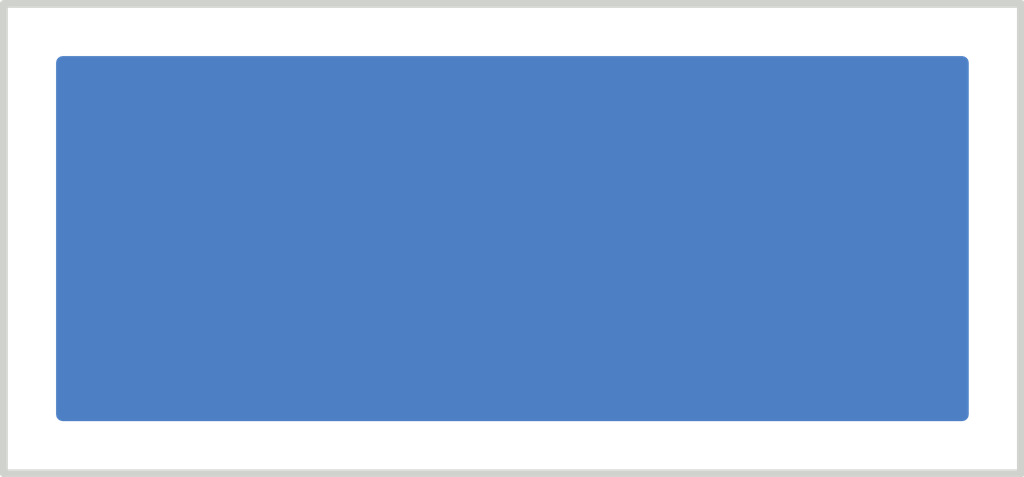
<source format=kicad_pcb>
(kicad_pcb (version 20200104) (host pcbnew "(5.99.0-879-ga0698723b)")

  (general
    (thickness 1.0)
    (drawings 4)
    (tracks 0)
    (modules 0)
    (nets 1)
  )

  (page "A4")
  (layers
    (0 "F.Cu" signal)
    (31 "B.Cu" signal)
    (32 "B.Adhes" user)
    (33 "F.Adhes" user)
    (34 "B.Paste" user)
    (35 "F.Paste" user)
    (36 "B.SilkS" user)
    (37 "F.SilkS" user)
    (38 "B.Mask" user)
    (39 "F.Mask" user)
    (40 "Dwgs.User" user)
    (41 "Cmts.User" user)
    (42 "Eco1.User" user)
    (43 "Eco2.User" user)
    (44 "Edge.Cuts" user)
    (45 "Margin" user)
    (46 "B.CrtYd" user)
    (47 "F.CrtYd" user)
    (48 "B.Fab" user)
    (49 "F.Fab" user)
  )

  (setup
    (last_trace_width 0.25)
    (trace_clearance 0.2)
    (zone_clearance 0.508)
    (zone_45_only yes)
    (trace_min 0.2)
    (via_size 0.6)
    (via_drill 0.4)
    (via_min_size 0.4)
    (via_min_drill 0.3)
    (uvia_size 0.3)
    (uvia_drill 0.1)
    (uvias_allowed no)
    (uvia_min_size 0.2)
    (uvia_min_drill 0.1)
    (pad_size 1.524 1.524)
    (pad_drill 0.762)
    (pad_to_mask_clearance 0.2)
    (aux_axis_origin 87 106)
    (grid_origin 87 106)
    (visible_elements 7FFFFFFF)
    (pcbplotparams
      (layerselection 0x00030_ffffffff)
      (usegerberextensions false)
      (usegerberattributes false)
      (usegerberadvancedattributes false)
      (creategerberjobfile false)
      (excludeedgelayer true)
      (linewidth 0.150000)
      (plotframeref false)
      (viasonmask false)
      (mode 1)
      (useauxorigin false)
      (hpglpennumber 1)
      (hpglpenspeed 20)
      (hpglpendiameter 15.000000)
      (psnegative false)
      (psa4output false)
      (plotreference true)
      (plotvalue true)
      (plotinvisibletext false)
      (padsonsilk false)
      (subtractmaskfromsilk false)
      (outputformat 1)
      (mirror false)
      (drillshape 1)
      (scaleselection 1)
      (outputdirectory "")
    )
  )

  (net 0 "")

  (net_class "Default" "This is the default net class."
    (clearance 0.2)
    (trace_width 0.25)
    (via_dia 0.6)
    (via_drill 0.4)
    (uvia_dia 0.3)
    (uvia_drill 0.1)
  )

  (gr_line (start 106.5 106) (end 87 106) (layer "Edge.Cuts") (width 0.15))
  (gr_line (start 87 106) (end 87 115) (layer "Edge.Cuts") (width 0.15))
  (gr_line (start 106.5 115) (end 87 115) (layer "Edge.Cuts") (width 0.15))
  (gr_line (start 106.5 106) (end 106.5 115) (layer "Edge.Cuts") (width 0.15))

  (zone (net 0) (net_name "") (layer "B.Cu") (tstamp 0) (hatch edge 0.508)
    (connect_pads yes (clearance 0.508))
    (min_thickness 0.254)
    (fill yes (thermal_gap 0.508) (thermal_bridge_width 0.508))
    (polygon
      (pts
        (xy 88 107) (xy 105.5 107) (xy 105.5 114) (xy 88 114)
      )
    )
    (filled_polygon
      (pts
        (xy 105.373 113.873) (xy 88.127 113.873) (xy 88.127 107.127) (xy 105.373 107.127)
      )
    )
  )
  (zone (net 0) (net_name "") (layer "F.Cu") (tstamp 0) (hatch edge 0.508)
    (connect_pads yes (clearance 0.508))
    (min_thickness 0.2)
    (fill yes (thermal_gap 0.508) (thermal_bridge_width 0.508))
    (polygon
      (pts
        (xy 89.5 109.5) (xy 105 109.5) (xy 105 111.5) (xy 89.5 111.5)
      )
    )
    (filled_polygon
      (pts
        (xy 104.9 111.4) (xy 89.6 111.4) (xy 89.6 109.6) (xy 104.9 109.6)
      )
    )
  )
)

</source>
